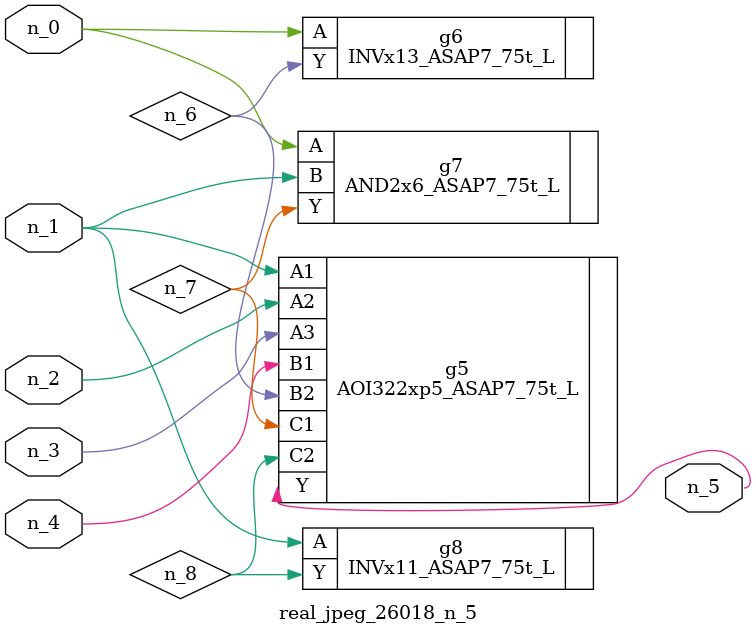
<source format=v>
module real_jpeg_26018_n_5 (n_4, n_0, n_1, n_2, n_3, n_5);

input n_4;
input n_0;
input n_1;
input n_2;
input n_3;

output n_5;

wire n_8;
wire n_6;
wire n_7;

INVx13_ASAP7_75t_L g6 ( 
.A(n_0),
.Y(n_6)
);

AND2x6_ASAP7_75t_L g7 ( 
.A(n_0),
.B(n_1),
.Y(n_7)
);

AOI322xp5_ASAP7_75t_L g5 ( 
.A1(n_1),
.A2(n_2),
.A3(n_3),
.B1(n_4),
.B2(n_6),
.C1(n_7),
.C2(n_8),
.Y(n_5)
);

INVx11_ASAP7_75t_L g8 ( 
.A(n_1),
.Y(n_8)
);


endmodule
</source>
